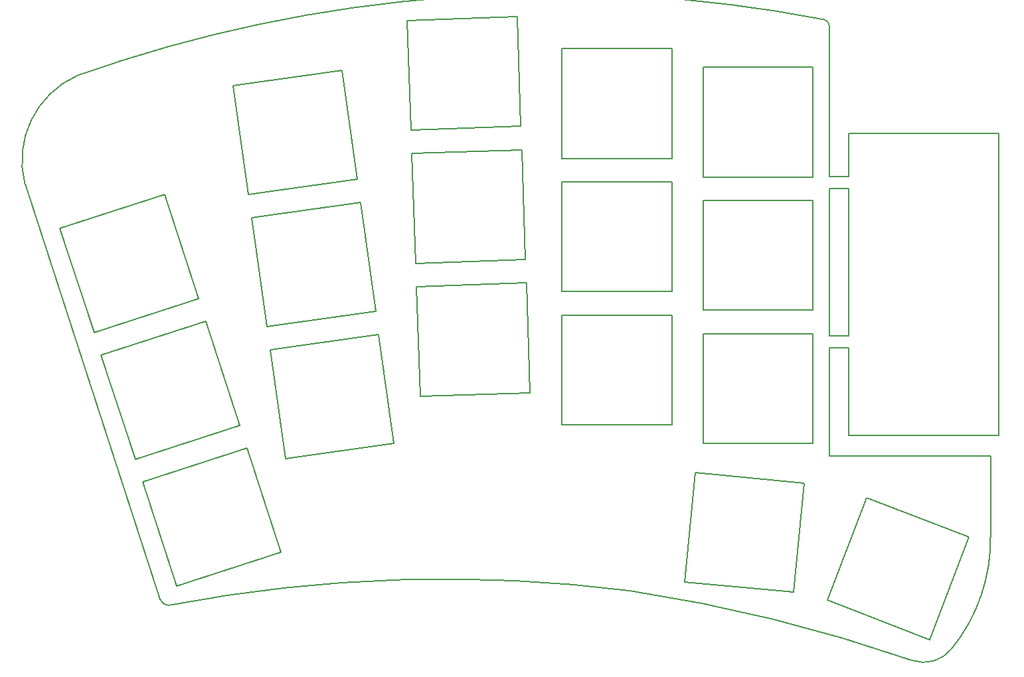
<source format=gbr>
%TF.GenerationSoftware,KiCad,Pcbnew,(5.99.0-12635-ga738257c43)*%
%TF.CreationDate,2021-10-13T00:21:36+02:00*%
%TF.ProjectId,plate,706c6174-652e-46b6-9963-61645f706362,rev?*%
%TF.SameCoordinates,Original*%
%TF.FileFunction,Profile,NP*%
%FSLAX46Y46*%
G04 Gerber Fmt 4.6, Leading zero omitted, Abs format (unit mm)*
G04 Created by KiCad (PCBNEW (5.99.0-12635-ga738257c43)) date 2021-10-13 00:21:36*
%MOMM*%
%LPD*%
G01*
G04 APERTURE LIST*
%TA.AperFunction,Profile*%
%ADD10C,0.150000*%
%TD*%
G04 APERTURE END LIST*
D10*
X193138000Y-102684000D02*
X193138000Y-83850000D01*
X190669000Y-102684000D02*
X190664405Y-83850000D01*
X193138000Y-104184000D02*
X190669000Y-104184000D01*
X193138000Y-102684000D02*
X190669000Y-102684000D01*
X193138000Y-115382000D02*
X193138000Y-104184000D01*
X190039849Y-62307342D02*
G75*
G02*
X190664405Y-63059258I-170444J-776916D01*
G01*
X193138000Y-83850000D02*
X190667000Y-83850000D01*
X193138000Y-76817000D02*
X212322000Y-76806000D01*
X211234000Y-117980000D02*
X211231003Y-128040862D01*
X190669000Y-82300000D02*
X190664405Y-63059258D01*
X190669000Y-118000000D02*
X190669000Y-104184000D01*
X193138000Y-115382000D02*
X212322000Y-115371000D01*
X88127953Y-83292666D02*
X105361412Y-136251738D01*
X193138000Y-82300000D02*
X193138000Y-76817000D01*
X94799583Y-69437227D02*
G75*
G02*
X190039849Y-62307342I60686117J-170969132D01*
G01*
X211231003Y-128040862D02*
G75*
G02*
X206239908Y-142606113I-22262260J-509138D01*
G01*
X88127952Y-83292666D02*
G75*
G02*
X94799583Y-69437227I11498599J2997200D01*
G01*
X193138000Y-82300000D02*
X190669000Y-82300000D01*
X165233781Y-135161725D02*
G75*
G03*
X106709135Y-136975628I-23544781J-185380556D01*
G01*
X201163168Y-144032517D02*
G75*
G03*
X165233781Y-135161726I-65974168J-190017483D01*
G01*
X212322000Y-115371000D02*
X212322000Y-76806000D01*
X206239908Y-142606113D02*
G75*
G02*
X201163167Y-144032518I-3544412J2867418D01*
G01*
X106709135Y-136975629D02*
G75*
G02*
X105361412Y-136251738I-248345J1154163D01*
G01*
X190669000Y-118000000D02*
X211234000Y-117980000D01*
%TO.C,SW9*%
X132825088Y-99487665D02*
X130876665Y-85623912D01*
X118961335Y-101436088D02*
X117012912Y-87572335D01*
X117012912Y-87572335D02*
X130876665Y-85623912D01*
X118961335Y-101436088D02*
X132825088Y-99487665D01*
%TO.C,SW2*%
X96924723Y-102235515D02*
X92598485Y-88920723D01*
X96924723Y-102235515D02*
X110239515Y-97909277D01*
X110239515Y-97909277D02*
X105913277Y-84594485D01*
X92598485Y-88920723D02*
X105913277Y-84594485D01*
%TO.C,SW18*%
X188594000Y-116385000D02*
X188594000Y-102385000D01*
X174594000Y-116385000D02*
X188594000Y-116385000D01*
X174594000Y-116385000D02*
X174594000Y-102385000D01*
X174594000Y-102385000D02*
X188594000Y-102385000D01*
%TO.C,SW8*%
X97853485Y-105090723D02*
X111168277Y-100764485D01*
X102179723Y-118405515D02*
X97853485Y-105090723D01*
X115494515Y-114079277D02*
X111168277Y-100764485D01*
X102179723Y-118405515D02*
X115494515Y-114079277D01*
%TO.C,SW6*%
X174594000Y-68385000D02*
X188594000Y-68385000D01*
X174594000Y-82385000D02*
X174594000Y-68385000D01*
X174594000Y-82385000D02*
X188594000Y-82385000D01*
X188594000Y-82385000D02*
X188594000Y-68385000D01*
%TO.C,SW4*%
X137361561Y-76387032D02*
X136872968Y-62395561D01*
X137361561Y-76387032D02*
X151353032Y-75898439D01*
X136872968Y-62395561D02*
X150864439Y-61906968D01*
X151353032Y-75898439D02*
X150864439Y-61906968D01*
%TO.C,SW5*%
X156594000Y-80005000D02*
X156594000Y-66005000D01*
X156594000Y-66005000D02*
X170594000Y-66005000D01*
X170594000Y-80005000D02*
X170594000Y-66005000D01*
X156594000Y-80005000D02*
X170594000Y-80005000D01*
%TO.C,SW11*%
X156594000Y-97005000D02*
X170594000Y-97005000D01*
X156594000Y-97005000D02*
X156594000Y-83005000D01*
X156594000Y-83005000D02*
X170594000Y-83005000D01*
X170594000Y-97005000D02*
X170594000Y-83005000D01*
%TO.C,SW10*%
X137466968Y-79393561D02*
X151458439Y-78904968D01*
X137955561Y-93385032D02*
X151947032Y-92896439D01*
X137955561Y-93385032D02*
X137466968Y-79393561D01*
X151947032Y-92896439D02*
X151458439Y-78904968D01*
%TO.C,SW3*%
X116596335Y-84601088D02*
X114647912Y-70737335D01*
X116596335Y-84601088D02*
X130460088Y-82652665D01*
X130460088Y-82652665D02*
X128511665Y-68788912D01*
X114647912Y-70737335D02*
X128511665Y-68788912D01*
%TO.C,SW16*%
X138545561Y-110375032D02*
X152537032Y-109886439D01*
X152537032Y-109886439D02*
X152048439Y-95894968D01*
X138056968Y-96383561D02*
X152048439Y-95894968D01*
X138545561Y-110375032D02*
X138056968Y-96383561D01*
%TO.C,SW15*%
X135190088Y-116322665D02*
X133241665Y-102458912D01*
X121326335Y-118271088D02*
X135190088Y-116322665D01*
X119377912Y-104407335D02*
X133241665Y-102458912D01*
X121326335Y-118271088D02*
X119377912Y-104407335D01*
%TO.C,SW14*%
X107434723Y-134575515D02*
X120749515Y-130249277D01*
X120749515Y-130249277D02*
X116423277Y-116934485D01*
X103108485Y-121260723D02*
X116423277Y-116934485D01*
X107434723Y-134575515D02*
X103108485Y-121260723D01*
%TO.C,SW17*%
X170594000Y-114010000D02*
X170594000Y-100010000D01*
X156594000Y-100010000D02*
X170594000Y-100010000D01*
X156594000Y-114010000D02*
X156594000Y-100010000D01*
X156594000Y-114010000D02*
X170594000Y-114010000D01*
%TO.C,SW20*%
X173550147Y-120084306D02*
X187485694Y-121426147D01*
X173550147Y-120084306D02*
X172208306Y-134019853D01*
X187485694Y-121426147D02*
X186143853Y-135361694D01*
X172208306Y-134019853D02*
X186143853Y-135361694D01*
%TO.C,SW21*%
X195436513Y-123303361D02*
X190419361Y-136373487D01*
X195436513Y-123303361D02*
X208506639Y-128320513D01*
X208506639Y-128320513D02*
X203489487Y-141390639D01*
X190419361Y-136373487D02*
X203489487Y-141390639D01*
%TO.C,SW12*%
X188594000Y-99385000D02*
X188594000Y-85385000D01*
X188594000Y-85385000D02*
X174594000Y-85385000D01*
X188594000Y-99385000D02*
X174594000Y-99385000D01*
X174594000Y-99385000D02*
X174594000Y-85385000D01*
%TD*%
M02*

</source>
